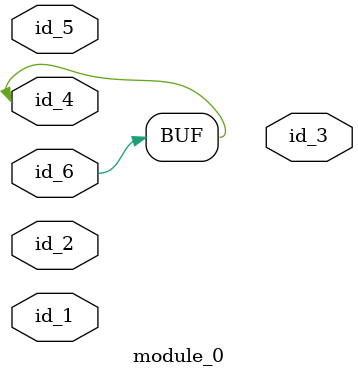
<source format=v>
`timescale 1ps / 1ps
module module_0 (
    id_1,
    id_2,
    id_3,
    id_4,
    id_5,
    id_6
);
  input id_6;
  inout id_5;
  inout id_4;
  output id_3;
  inout id_2;
  input id_1;
  assign id_4 = id_6;
endmodule

</source>
